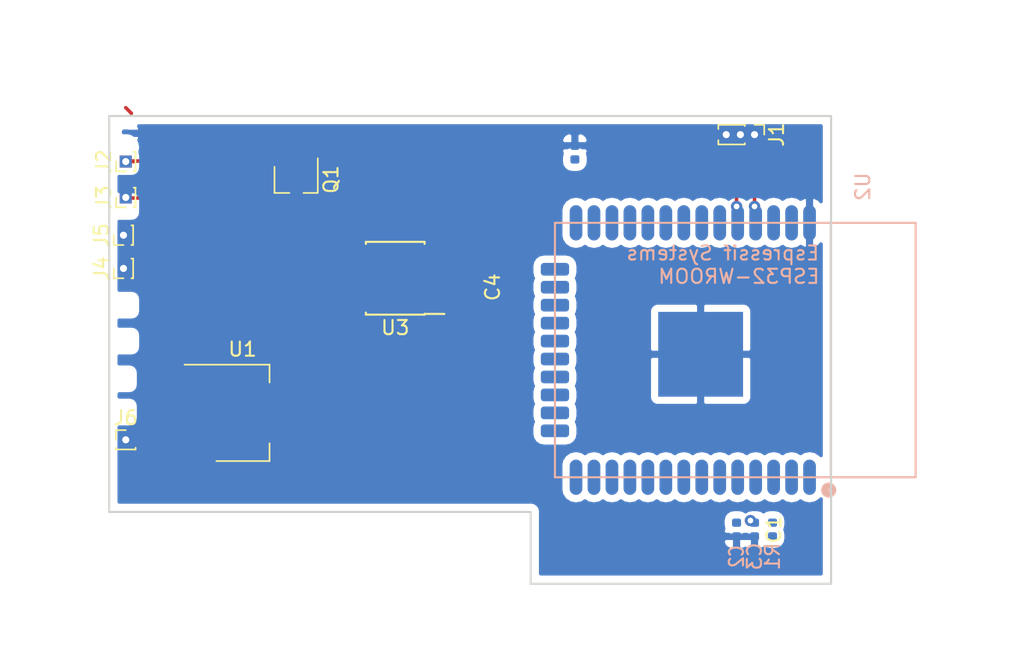
<source format=kicad_pcb>
(kicad_pcb (version 20171130) (host pcbnew 5.0.1-33cea8e~68~ubuntu18.04.1)

  (general
    (thickness 1.6)
    (drawings 6)
    (tracks 28)
    (zones 0)
    (modules 16)
    (nets 45)
  )

  (page A4)
  (layers
    (0 F.Cu signal)
    (31 B.Cu signal)
    (32 B.Adhes user)
    (33 F.Adhes user)
    (34 B.Paste user)
    (35 F.Paste user)
    (36 B.SilkS user)
    (37 F.SilkS user)
    (38 B.Mask user)
    (39 F.Mask user)
    (40 Dwgs.User user)
    (41 Cmts.User user)
    (42 Eco1.User user)
    (43 Eco2.User user)
    (44 Edge.Cuts user)
    (45 Margin user)
    (46 B.CrtYd user)
    (47 F.CrtYd user)
    (48 B.Fab user)
    (49 F.Fab user)
  )

  (setup
    (last_trace_width 0.25)
    (trace_clearance 0.2)
    (zone_clearance 0.508)
    (zone_45_only no)
    (trace_min 0.2)
    (segment_width 0.2)
    (edge_width 0.15)
    (via_size 0.8)
    (via_drill 0.4)
    (via_min_size 0.4)
    (via_min_drill 0.3)
    (uvia_size 0.3)
    (uvia_drill 0.1)
    (uvias_allowed no)
    (uvia_min_size 0.2)
    (uvia_min_drill 0.1)
    (pcb_text_width 0.3)
    (pcb_text_size 1.5 1.5)
    (mod_edge_width 0.15)
    (mod_text_size 1 1)
    (mod_text_width 0.15)
    (pad_size 0.59 0.64)
    (pad_drill 0)
    (pad_to_mask_clearance 0.051)
    (solder_mask_min_width 0.25)
    (aux_axis_origin 0 0)
    (visible_elements FFFFFF7F)
    (pcbplotparams
      (layerselection 0x010fc_ffffffff)
      (usegerberextensions false)
      (usegerberattributes false)
      (usegerberadvancedattributes false)
      (creategerberjobfile false)
      (excludeedgelayer true)
      (linewidth 0.100000)
      (plotframeref false)
      (viasonmask false)
      (mode 1)
      (useauxorigin false)
      (hpglpennumber 1)
      (hpglpenspeed 20)
      (hpglpendiameter 15.000000)
      (psnegative false)
      (psa4output false)
      (plotreference true)
      (plotvalue true)
      (plotinvisibletext false)
      (padsonsilk false)
      (subtractmaskfromsilk false)
      (outputformat 1)
      (mirror false)
      (drillshape 1)
      (scaleselection 1)
      (outputdirectory ""))
  )

  (net 0 "")
  (net 1 GND)
  (net 2 "Net-(U2-Pad37)")
  (net 3 "Net-(U2-Pad36)")
  (net 4 "Net-(U2-Pad33)")
  (net 5 "Net-(U2-Pad32)")
  (net 6 "Net-(U2-Pad31)")
  (net 7 "Net-(U2-Pad30)")
  (net 8 "Net-(U2-Pad29)")
  (net 9 "Net-(U2-Pad28)")
  (net 10 "Net-(U2-Pad26)")
  (net 11 "Net-(U2-Pad24)")
  (net 12 "Net-(U2-Pad23)")
  (net 13 "Net-(U2-Pad22)")
  (net 14 "Net-(U2-Pad21)")
  (net 15 "Net-(U2-Pad20)")
  (net 16 "Net-(U2-Pad19)")
  (net 17 "Net-(U2-Pad18)")
  (net 18 "Net-(U2-Pad17)")
  (net 19 "Net-(U2-Pad16)")
  (net 20 "Net-(U2-Pad15)")
  (net 21 "Net-(U2-Pad14)")
  (net 22 "Net-(U2-Pad13)")
  (net 23 "Net-(U2-Pad12)")
  (net 24 "Net-(U2-Pad11)")
  (net 25 "Net-(U2-Pad10)")
  (net 26 "Net-(U2-Pad9)")
  (net 27 "Net-(U2-Pad8)")
  (net 28 "Net-(U2-Pad7)")
  (net 29 "Net-(U2-Pad6)")
  (net 30 "Net-(U2-Pad1)")
  (net 31 "Net-(C2-Pad2)")
  (net 32 "Net-(J1-Pad1)")
  (net 33 "Net-(J1-Pad2)")
  (net 34 "Net-(C1-Pad1)")
  (net 35 "Net-(Rjumper1-Pad2)")
  (net 36 can-tx)
  (net 37 can-rx)
  (net 38 "Net-(U3-Pad5)")
  (net 39 "Net-(J2-Pad1)")
  (net 40 "Net-(J3-Pad1)")
  (net 41 "Net-(J4-Pad1)")
  (net 42 "Net-(J5-Pad1)")
  (net 43 SLOT)
  (net 44 5v)

  (net_class Default "This is the default net class."
    (clearance 0.2)
    (trace_width 0.25)
    (via_dia 0.8)
    (via_drill 0.4)
    (uvia_dia 0.3)
    (uvia_drill 0.1)
    (add_net 5v)
    (add_net GND)
    (add_net "Net-(C1-Pad1)")
    (add_net "Net-(C2-Pad2)")
    (add_net "Net-(J1-Pad1)")
    (add_net "Net-(J1-Pad2)")
    (add_net "Net-(J2-Pad1)")
    (add_net "Net-(J3-Pad1)")
    (add_net "Net-(J4-Pad1)")
    (add_net "Net-(J5-Pad1)")
    (add_net "Net-(Rjumper1-Pad2)")
    (add_net "Net-(U2-Pad1)")
    (add_net "Net-(U2-Pad10)")
    (add_net "Net-(U2-Pad11)")
    (add_net "Net-(U2-Pad12)")
    (add_net "Net-(U2-Pad13)")
    (add_net "Net-(U2-Pad14)")
    (add_net "Net-(U2-Pad15)")
    (add_net "Net-(U2-Pad16)")
    (add_net "Net-(U2-Pad17)")
    (add_net "Net-(U2-Pad18)")
    (add_net "Net-(U2-Pad19)")
    (add_net "Net-(U2-Pad20)")
    (add_net "Net-(U2-Pad21)")
    (add_net "Net-(U2-Pad22)")
    (add_net "Net-(U2-Pad23)")
    (add_net "Net-(U2-Pad24)")
    (add_net "Net-(U2-Pad26)")
    (add_net "Net-(U2-Pad28)")
    (add_net "Net-(U2-Pad29)")
    (add_net "Net-(U2-Pad30)")
    (add_net "Net-(U2-Pad31)")
    (add_net "Net-(U2-Pad32)")
    (add_net "Net-(U2-Pad33)")
    (add_net "Net-(U2-Pad36)")
    (add_net "Net-(U2-Pad37)")
    (add_net "Net-(U2-Pad6)")
    (add_net "Net-(U2-Pad7)")
    (add_net "Net-(U2-Pad8)")
    (add_net "Net-(U2-Pad9)")
    (add_net "Net-(U3-Pad5)")
    (add_net SLOT)
    (add_net can-rx)
    (add_net can-tx)
  )

  (module Connector_PinHeader_1.00mm:PinHeader_1x03_P1.00mm_Vertical (layer F.Cu) (tedit 59FED738) (tstamp 5BF5756E)
    (at 140.335 83.82 270)
    (descr "Through hole straight pin header, 1x03, 1.00mm pitch, single row")
    (tags "Through hole pin header THT 1x03 1.00mm single row")
    (path /5BEA9343)
    (fp_text reference J1 (at 0 -1.56 270) (layer F.SilkS)
      (effects (font (size 1 1) (thickness 0.15)))
    )
    (fp_text value Conn_01x03_Female (at 0 3.56 270) (layer F.Fab)
      (effects (font (size 1 1) (thickness 0.15)))
    )
    (fp_line (start -0.3175 -0.5) (end 0.635 -0.5) (layer F.Fab) (width 0.1))
    (fp_line (start 0.635 -0.5) (end 0.635 2.5) (layer F.Fab) (width 0.1))
    (fp_line (start 0.635 2.5) (end -0.635 2.5) (layer F.Fab) (width 0.1))
    (fp_line (start -0.635 2.5) (end -0.635 -0.1825) (layer F.Fab) (width 0.1))
    (fp_line (start -0.635 -0.1825) (end -0.3175 -0.5) (layer F.Fab) (width 0.1))
    (fp_line (start -0.695 2.56) (end -0.394493 2.56) (layer F.SilkS) (width 0.12))
    (fp_line (start 0.394493 2.56) (end 0.695 2.56) (layer F.SilkS) (width 0.12))
    (fp_line (start -0.695 0.685) (end -0.695 2.56) (layer F.SilkS) (width 0.12))
    (fp_line (start 0.695 0.685) (end 0.695 2.56) (layer F.SilkS) (width 0.12))
    (fp_line (start -0.695 0.685) (end -0.608276 0.685) (layer F.SilkS) (width 0.12))
    (fp_line (start 0.608276 0.685) (end 0.695 0.685) (layer F.SilkS) (width 0.12))
    (fp_line (start -0.695 0) (end -0.695 -0.685) (layer F.SilkS) (width 0.12))
    (fp_line (start -0.695 -0.685) (end 0 -0.685) (layer F.SilkS) (width 0.12))
    (fp_line (start -1.15 -1) (end -1.15 3) (layer F.CrtYd) (width 0.05))
    (fp_line (start -1.15 3) (end 1.15 3) (layer F.CrtYd) (width 0.05))
    (fp_line (start 1.15 3) (end 1.15 -1) (layer F.CrtYd) (width 0.05))
    (fp_line (start 1.15 -1) (end -1.15 -1) (layer F.CrtYd) (width 0.05))
    (fp_text user %R (at 0 1) (layer F.Fab)
      (effects (font (size 0.76 0.76) (thickness 0.114)))
    )
    (pad 1 thru_hole rect (at 0 0 270) (size 0.85 0.85) (drill 0.5) (layers *.Cu *.Mask)
      (net 32 "Net-(J1-Pad1)"))
    (pad 2 thru_hole oval (at 0 1 270) (size 0.85 0.85) (drill 0.5) (layers *.Cu *.Mask)
      (net 33 "Net-(J1-Pad2)"))
    (pad 3 thru_hole oval (at 0 2 270) (size 0.85 0.85) (drill 0.5) (layers *.Cu *.Mask)
      (net 1 GND))
    (model ${KISYS3DMOD}/Connector_PinHeader_1.00mm.3dshapes/PinHeader_1x03_P1.00mm_Vertical.wrl
      (at (xyz 0 0 0))
      (scale (xyz 1 1 1))
      (rotate (xyz 0 0 0))
    )
  )

  (module ESP32-footprints-Lib:ESP32-WROOM (layer B.Cu) (tedit 5BEB899F) (tstamp 5BF6AAA2)
    (at 138.975 99.06 270)
    (path /5BEA74A5)
    (fp_text reference U2 (at -11.557 -9.017 270) (layer B.SilkS)
      (effects (font (size 1 1) (thickness 0.15)) (justify mirror))
    )
    (fp_text value ESP32-WROOM (at 5.715 -14.224 270) (layer B.Fab)
      (effects (font (size 1 1) (thickness 0.15)) (justify mirror))
    )
    (fp_line (start -9 -12.75) (end 9 -12.75) (layer B.SilkS) (width 0.15))
    (fp_line (start -9 12.75) (end 9 12.75) (layer B.SilkS) (width 0.15))
    (fp_line (start -9 -12.75) (end -9 12.75) (layer B.SilkS) (width 0.15))
    (fp_line (start 9 -12.75) (end 9 12.75) (layer B.SilkS) (width 0.15))
    (fp_line (start -9 -6.75) (end 9 -6.75) (layer B.SilkS) (width 0.15))
    (fp_text user ESP32-WROOM (at -5.207 -0.254 180) (layer B.SilkS)
      (effects (font (size 1 1) (thickness 0.15)) (justify mirror))
    )
    (fp_circle (center 9.906 -6.604) (end 10.033 -6.858) (layer B.SilkS) (width 0.5))
    (fp_text user "Espressif Systems" (at -6.858 0.889 180) (layer B.SilkS)
      (effects (font (size 1 1) (thickness 0.15)) (justify mirror))
    )
    (pad 39 smd rect (at 0.3 2.45 270) (size 6 6) (layers B.Cu B.Paste B.Mask)
      (net 1 GND))
    (pad 1 smd oval (at 9 -5.25 270) (size 2.5 0.9) (layers B.Cu B.Paste B.Mask)
      (net 30 "Net-(U2-Pad1)"))
    (pad 2 smd oval (at 9 -3.98 270) (size 2.5 0.9) (layers B.Cu B.Paste B.Mask)
      (net 31 "Net-(C2-Pad2)"))
    (pad 3 smd oval (at 9 -2.71 270) (size 2.5 0.9) (layers B.Cu B.Paste B.Mask)
      (net 34 "Net-(C1-Pad1)"))
    (pad 4 smd oval (at 9 -1.44 270) (size 2.5 0.9) (layers B.Cu B.Paste B.Mask)
      (net 36 can-tx))
    (pad 5 smd oval (at 9 -0.17 270) (size 2.5 0.9) (layers B.Cu B.Paste B.Mask)
      (net 37 can-rx))
    (pad 6 smd oval (at 9 1.1 270) (size 2.5 0.9) (layers B.Cu B.Paste B.Mask)
      (net 29 "Net-(U2-Pad6)"))
    (pad 7 smd oval (at 9 2.37 270) (size 2.5 0.9) (layers B.Cu B.Paste B.Mask)
      (net 28 "Net-(U2-Pad7)"))
    (pad 8 smd oval (at 9 3.64 270) (size 2.5 0.9) (layers B.Cu B.Paste B.Mask)
      (net 27 "Net-(U2-Pad8)"))
    (pad 9 smd oval (at 9 4.91 270) (size 2.5 0.9) (layers B.Cu B.Paste B.Mask)
      (net 26 "Net-(U2-Pad9)"))
    (pad 10 smd oval (at 9 6.18 270) (size 2.5 0.9) (layers B.Cu B.Paste B.Mask)
      (net 25 "Net-(U2-Pad10)"))
    (pad 11 smd oval (at 9 7.45 270) (size 2.5 0.9) (layers B.Cu B.Paste B.Mask)
      (net 24 "Net-(U2-Pad11)"))
    (pad 12 smd oval (at 9 8.72 270) (size 2.5 0.9) (layers B.Cu B.Paste B.Mask)
      (net 23 "Net-(U2-Pad12)"))
    (pad 13 smd oval (at 9 9.99 270) (size 2.5 0.9) (layers B.Cu B.Paste B.Mask)
      (net 22 "Net-(U2-Pad13)"))
    (pad 14 smd oval (at 9 11.26 270) (size 2.5 0.9) (layers B.Cu B.Paste B.Mask)
      (net 21 "Net-(U2-Pad14)"))
    (pad 15 smd roundrect (at 5.715 12.75 270) (size 0.9 2) (layers B.Cu B.Paste B.Mask) (roundrect_rratio 0.25)
      (net 20 "Net-(U2-Pad15)"))
    (pad 16 smd roundrect (at 4.445 12.75 270) (size 0.9 2) (layers B.Cu B.Paste B.Mask) (roundrect_rratio 0.25)
      (net 19 "Net-(U2-Pad16)"))
    (pad 17 smd roundrect (at 3.175 12.75 270) (size 0.9 2) (layers B.Cu B.Paste B.Mask) (roundrect_rratio 0.25)
      (net 18 "Net-(U2-Pad17)"))
    (pad 18 smd roundrect (at 1.905 12.75 270) (size 0.9 2) (layers B.Cu B.Paste B.Mask) (roundrect_rratio 0.25)
      (net 17 "Net-(U2-Pad18)"))
    (pad 19 smd roundrect (at 0.635 12.75 270) (size 0.9 2) (layers B.Cu B.Paste B.Mask) (roundrect_rratio 0.25)
      (net 16 "Net-(U2-Pad19)"))
    (pad 20 smd roundrect (at -0.635 12.75 270) (size 0.9 2) (layers B.Cu B.Paste B.Mask) (roundrect_rratio 0.25)
      (net 15 "Net-(U2-Pad20)"))
    (pad 21 smd roundrect (at -1.905 12.75 270) (size 0.9 2) (layers B.Cu B.Paste B.Mask) (roundrect_rratio 0.25)
      (net 14 "Net-(U2-Pad21)"))
    (pad 22 smd roundrect (at -3.175 12.75 270) (size 0.9 2) (layers B.Cu B.Paste B.Mask) (roundrect_rratio 0.25)
      (net 13 "Net-(U2-Pad22)"))
    (pad 23 smd roundrect (at -4.445 12.75 270) (size 0.9 2) (layers B.Cu B.Paste B.Mask) (roundrect_rratio 0.25)
      (net 12 "Net-(U2-Pad23)"))
    (pad 24 smd roundrect (at -5.715 12.75 270) (size 0.9 2) (layers B.Cu B.Paste B.Mask) (roundrect_rratio 0.25)
      (net 11 "Net-(U2-Pad24)"))
    (pad 25 smd oval (at -9 11.26 270) (size 2.5 0.9) (layers B.Cu B.Paste B.Mask)
      (net 35 "Net-(Rjumper1-Pad2)"))
    (pad 26 smd oval (at -9 9.99 270) (size 2.5 0.9) (layers B.Cu B.Paste B.Mask)
      (net 10 "Net-(U2-Pad26)"))
    (pad 27 smd oval (at -9 8.72 270) (size 2.5 0.9) (layers B.Cu B.Paste B.Mask)
      (net 43 SLOT))
    (pad 28 smd oval (at -9 7.45 270) (size 2.5 0.9) (layers B.Cu B.Paste B.Mask)
      (net 9 "Net-(U2-Pad28)"))
    (pad 29 smd oval (at -9 6.18 270) (size 2.5 0.9) (layers B.Cu B.Paste B.Mask)
      (net 8 "Net-(U2-Pad29)"))
    (pad 30 smd oval (at -9 4.91 270) (size 2.5 0.9) (layers B.Cu B.Paste B.Mask)
      (net 7 "Net-(U2-Pad30)"))
    (pad 31 smd oval (at -9 3.64 270) (size 2.5 0.9) (layers B.Cu B.Paste B.Mask)
      (net 6 "Net-(U2-Pad31)"))
    (pad 32 smd oval (at -9 2.37 270) (size 2.5 0.9) (layers B.Cu B.Paste B.Mask)
      (net 5 "Net-(U2-Pad32)"))
    (pad 33 smd oval (at -9 1.1 270) (size 2.5 0.9) (layers B.Cu B.Paste B.Mask)
      (net 4 "Net-(U2-Pad33)"))
    (pad 34 smd oval (at -9 -0.17 270) (size 2.5 0.9) (layers B.Cu B.Paste B.Mask)
      (net 33 "Net-(J1-Pad2)"))
    (pad 35 smd oval (at -9 -1.44 270) (size 2.5 0.9) (layers B.Cu B.Paste B.Mask)
      (net 32 "Net-(J1-Pad1)"))
    (pad 36 smd oval (at -9 -2.71 270) (size 2.5 0.9) (layers B.Cu B.Paste B.Mask)
      (net 3 "Net-(U2-Pad36)"))
    (pad 37 smd oval (at -9 -3.98 270) (size 2.5 0.9) (layers B.Cu B.Paste B.Mask)
      (net 2 "Net-(U2-Pad37)"))
    (pad 38 smd oval (at -9 -5.25 270) (size 2.5 0.9) (layers B.Cu B.Paste B.Mask)
      (net 1 GND))
    (model ${KISYS3DMOD}/ESP32-3D.3dshapes/KiCAD-ESP-WROOM-32.step
      (at (xyz 0 0 0))
      (scale (xyz 1 1 1))
      (rotate (xyz 0 0 0))
    )
  )

  (module Package_TO_SOT_SMD:SOT-223-3_TabPin2 (layer F.Cu) (tedit 5A02FF57) (tstamp 5BF6AA0A)
    (at 104.14 103.505)
    (descr "module CMS SOT223 4 pins")
    (tags "CMS SOT")
    (path /5BEA7988)
    (attr smd)
    (fp_text reference U1 (at 0 -4.5) (layer F.SilkS)
      (effects (font (size 1 1) (thickness 0.15)))
    )
    (fp_text value AMS1117-3.3 (at 0 4.5) (layer F.Fab)
      (effects (font (size 1 1) (thickness 0.15)))
    )
    (fp_text user %R (at 0 0 90) (layer F.Fab)
      (effects (font (size 0.8 0.8) (thickness 0.12)))
    )
    (fp_line (start 1.91 3.41) (end 1.91 2.15) (layer F.SilkS) (width 0.12))
    (fp_line (start 1.91 -3.41) (end 1.91 -2.15) (layer F.SilkS) (width 0.12))
    (fp_line (start 4.4 -3.6) (end -4.4 -3.6) (layer F.CrtYd) (width 0.05))
    (fp_line (start 4.4 3.6) (end 4.4 -3.6) (layer F.CrtYd) (width 0.05))
    (fp_line (start -4.4 3.6) (end 4.4 3.6) (layer F.CrtYd) (width 0.05))
    (fp_line (start -4.4 -3.6) (end -4.4 3.6) (layer F.CrtYd) (width 0.05))
    (fp_line (start -1.85 -2.35) (end -0.85 -3.35) (layer F.Fab) (width 0.1))
    (fp_line (start -1.85 -2.35) (end -1.85 3.35) (layer F.Fab) (width 0.1))
    (fp_line (start -1.85 3.41) (end 1.91 3.41) (layer F.SilkS) (width 0.12))
    (fp_line (start -0.85 -3.35) (end 1.85 -3.35) (layer F.Fab) (width 0.1))
    (fp_line (start -4.1 -3.41) (end 1.91 -3.41) (layer F.SilkS) (width 0.12))
    (fp_line (start -1.85 3.35) (end 1.85 3.35) (layer F.Fab) (width 0.1))
    (fp_line (start 1.85 -3.35) (end 1.85 3.35) (layer F.Fab) (width 0.1))
    (pad 2 smd rect (at 3.15 0) (size 2 3.8) (layers F.Cu F.Paste F.Mask)
      (net 31 "Net-(C2-Pad2)"))
    (pad 2 smd rect (at -3.15 0) (size 2 1.5) (layers F.Cu F.Paste F.Mask)
      (net 31 "Net-(C2-Pad2)"))
    (pad 3 smd rect (at -3.15 2.3) (size 2 1.5) (layers F.Cu F.Paste F.Mask)
      (net 44 5v))
    (pad 1 smd rect (at -3.15 -2.3) (size 2 1.5) (layers F.Cu F.Paste F.Mask)
      (net 1 GND))
    (model ${KISYS3DMOD}/Package_TO_SOT_SMD.3dshapes/SOT-223.wrl
      (at (xyz 0 0 0))
      (scale (xyz 1 1 1))
      (rotate (xyz 0 0 0))
    )
  )

  (module Capacitor_SMD:C_0402_1005Metric (layer F.Cu) (tedit 5B301BBE) (tstamp 5C0302B1)
    (at 142.875 111.76 90)
    (descr "Capacitor SMD 0402 (1005 Metric), square (rectangular) end terminal, IPC_7351 nominal, (Body size source: http://www.tortai-tech.com/upload/download/2011102023233369053.pdf), generated with kicad-footprint-generator")
    (tags capacitor)
    (path /5BEAA0BD)
    (attr smd)
    (fp_text reference C1 (at 0 -1.17 90) (layer F.SilkS)
      (effects (font (size 1 1) (thickness 0.15)))
    )
    (fp_text value C_Small (at 0 1.17 90) (layer F.Fab)
      (effects (font (size 1 1) (thickness 0.15)))
    )
    (fp_line (start -0.5 0.25) (end -0.5 -0.25) (layer F.Fab) (width 0.1))
    (fp_line (start -0.5 -0.25) (end 0.5 -0.25) (layer F.Fab) (width 0.1))
    (fp_line (start 0.5 -0.25) (end 0.5 0.25) (layer F.Fab) (width 0.1))
    (fp_line (start 0.5 0.25) (end -0.5 0.25) (layer F.Fab) (width 0.1))
    (fp_line (start -0.93 0.47) (end -0.93 -0.47) (layer F.CrtYd) (width 0.05))
    (fp_line (start -0.93 -0.47) (end 0.93 -0.47) (layer F.CrtYd) (width 0.05))
    (fp_line (start 0.93 -0.47) (end 0.93 0.47) (layer F.CrtYd) (width 0.05))
    (fp_line (start 0.93 0.47) (end -0.93 0.47) (layer F.CrtYd) (width 0.05))
    (fp_text user %R (at 0.1524 -0.0508 90) (layer F.Fab)
      (effects (font (size 0.25 0.25) (thickness 0.04)))
    )
    (pad 1 smd roundrect (at -0.485 0 90) (size 0.59 0.64) (layers F.Cu F.Paste F.Mask) (roundrect_rratio 0.25)
      (net 34 "Net-(C1-Pad1)"))
    (pad 2 smd roundrect (at 0.485 0 90) (size 0.59 0.64) (layers F.Cu F.Paste F.Mask) (roundrect_rratio 0.25)
      (net 1 GND))
    (model ${KISYS3DMOD}/Capacitor_SMD.3dshapes/C_0402_1005Metric.wrl
      (at (xyz 0 0 0))
      (scale (xyz 1 1 1))
      (rotate (xyz 0 0 0))
    )
  )

  (module Capacitor_SMD:C_0402_1005Metric (layer B.Cu) (tedit 5BEBE359) (tstamp 5C0302C0)
    (at 139.065 111.76 90)
    (descr "Capacitor SMD 0402 (1005 Metric), square (rectangular) end terminal, IPC_7351 nominal, (Body size source: http://www.tortai-tech.com/upload/download/2011102023233369053.pdf), generated with kicad-footprint-generator")
    (tags capacitor)
    (path /5BEA7F78)
    (attr smd)
    (fp_text reference C2 (at -1.905 0 90) (layer B.SilkS)
      (effects (font (size 1 0.8) (thickness 0.15)) (justify mirror))
    )
    (fp_text value C_Small (at 0 -1.17 90) (layer B.Fab) hide
      (effects (font (size 1 1) (thickness 0.15)) (justify mirror))
    )
    (fp_line (start -0.5 -0.25) (end -0.5 0.25) (layer B.Fab) (width 0.1))
    (fp_line (start -0.5 0.25) (end 0.5 0.25) (layer B.Fab) (width 0.1))
    (fp_line (start 0.5 0.25) (end 0.5 -0.25) (layer B.Fab) (width 0.1))
    (fp_line (start 0.5 -0.25) (end -0.5 -0.25) (layer B.Fab) (width 0.1))
    (fp_line (start -0.93 -0.47) (end -0.93 0.47) (layer B.CrtYd) (width 0.05))
    (fp_line (start -0.93 0.47) (end 0.93 0.47) (layer B.CrtYd) (width 0.05))
    (fp_line (start 0.93 0.47) (end 0.93 -0.47) (layer B.CrtYd) (width 0.05))
    (fp_line (start 0.93 -0.47) (end -0.93 -0.47) (layer B.CrtYd) (width 0.05))
    (fp_text user %R (at 0 0 90) (layer B.Fab)
      (effects (font (size 0.25 0.25) (thickness 0.04)) (justify mirror))
    )
    (pad 1 smd roundrect (at -0.485 0 90) (size 0.59 0.64) (layers B.Cu B.Paste B.Mask) (roundrect_rratio 0.25)
      (net 1 GND))
    (pad 2 smd roundrect (at 0.485 0 90) (size 0.59 0.64) (layers B.Cu B.Paste B.Mask) (roundrect_rratio 0.25)
      (net 31 "Net-(C2-Pad2)"))
    (model ${KISYS3DMOD}/Capacitor_SMD.3dshapes/C_0402_1005Metric.wrl
      (at (xyz 0 0 0))
      (scale (xyz 1 1 1))
      (rotate (xyz 0 0 0))
    )
  )

  (module Capacitor_SMD:C_0402_1005Metric (layer B.Cu) (tedit 5BEBE372) (tstamp 5C0302CF)
    (at 140.335 111.76 90)
    (descr "Capacitor SMD 0402 (1005 Metric), square (rectangular) end terminal, IPC_7351 nominal, (Body size source: http://www.tortai-tech.com/upload/download/2011102023233369053.pdf), generated with kicad-footprint-generator")
    (tags capacitor)
    (path /5BEA8008)
    (attr smd)
    (fp_text reference C3 (at -1.905 0 90) (layer B.SilkS)
      (effects (font (size 1 1) (thickness 0.15)) (justify mirror))
    )
    (fp_text value C_Small (at -0.2032 -2.6162 90) (layer B.Fab) hide
      (effects (font (size 1 1) (thickness 0.15)) (justify mirror))
    )
    (fp_text user %R (at 0 0 90) (layer B.Fab)
      (effects (font (size 0.25 0.25) (thickness 0.04)) (justify mirror))
    )
    (fp_line (start 0.93 -0.47) (end -0.93 -0.47) (layer B.CrtYd) (width 0.05))
    (fp_line (start 0.93 0.47) (end 0.93 -0.47) (layer B.CrtYd) (width 0.05))
    (fp_line (start -0.93 0.47) (end 0.93 0.47) (layer B.CrtYd) (width 0.05))
    (fp_line (start -0.93 -0.47) (end -0.93 0.47) (layer B.CrtYd) (width 0.05))
    (fp_line (start 0.5 -0.25) (end -0.5 -0.25) (layer B.Fab) (width 0.1))
    (fp_line (start 0.5 0.25) (end 0.5 -0.25) (layer B.Fab) (width 0.1))
    (fp_line (start -0.5 0.25) (end 0.5 0.25) (layer B.Fab) (width 0.1))
    (fp_line (start -0.5 -0.25) (end -0.5 0.25) (layer B.Fab) (width 0.1))
    (pad 2 smd roundrect (at 0.485 0 90) (size 0.59 0.64) (layers B.Cu B.Paste B.Mask) (roundrect_rratio 0.25)
      (net 31 "Net-(C2-Pad2)"))
    (pad 1 smd roundrect (at -0.485 0 90) (size 0.59 0.64) (layers B.Cu B.Paste B.Mask) (roundrect_rratio 0.25)
      (net 1 GND))
    (model ${KISYS3DMOD}/Capacitor_SMD.3dshapes/C_0402_1005Metric.wrl
      (at (xyz 0 0 0))
      (scale (xyz 1 1 1))
      (rotate (xyz 0 0 0))
    )
  )

  (module Resistor_SMD:R_0402_1005Metric (layer B.Cu) (tedit 5B301BBD) (tstamp 5C030327)
    (at 141.605 111.76 270)
    (descr "Resistor SMD 0402 (1005 Metric), square (rectangular) end terminal, IPC_7351 nominal, (Body size source: http://www.tortai-tech.com/upload/download/2011102023233369053.pdf), generated with kicad-footprint-generator")
    (tags resistor)
    (path /5BEA9B01)
    (attr smd)
    (fp_text reference R1 (at 1.905 0 270) (layer B.SilkS)
      (effects (font (size 1 1) (thickness 0.15)) (justify mirror))
    )
    (fp_text value R (at 1.905 -0.635) (layer B.Fab)
      (effects (font (size 1 1) (thickness 0.15)) (justify mirror))
    )
    (fp_line (start -0.5 -0.25) (end -0.5 0.25) (layer B.Fab) (width 0.1))
    (fp_line (start -0.5 0.25) (end 0.5 0.25) (layer B.Fab) (width 0.1))
    (fp_line (start 0.5 0.25) (end 0.5 -0.25) (layer B.Fab) (width 0.1))
    (fp_line (start 0.5 -0.25) (end -0.5 -0.25) (layer B.Fab) (width 0.1))
    (fp_line (start -0.93 -0.47) (end -0.93 0.47) (layer B.CrtYd) (width 0.05))
    (fp_line (start -0.93 0.47) (end 0.93 0.47) (layer B.CrtYd) (width 0.05))
    (fp_line (start 0.93 0.47) (end 0.93 -0.47) (layer B.CrtYd) (width 0.05))
    (fp_line (start 0.93 -0.47) (end -0.93 -0.47) (layer B.CrtYd) (width 0.05))
    (fp_text user %R (at 0 0 180) (layer B.Fab)
      (effects (font (size 0.25 0.25) (thickness 0.04)) (justify mirror))
    )
    (pad 1 smd roundrect (at -0.485 0 270) (size 0.59 0.64) (layers B.Cu B.Paste B.Mask) (roundrect_rratio 0.25)
      (net 31 "Net-(C2-Pad2)"))
    (pad 2 smd roundrect (at 0.485 0 270) (size 0.59 0.64) (layers B.Cu B.Paste B.Mask) (roundrect_rratio 0.25)
      (net 34 "Net-(C1-Pad1)"))
    (model ${KISYS3DMOD}/Resistor_SMD.3dshapes/R_0402_1005Metric.wrl
      (at (xyz 0 0 0))
      (scale (xyz 1 1 1))
      (rotate (xyz 0 0 0))
    )
  )

  (module Resistor_SMD:R_0402_1005Metric (layer B.Cu) (tedit 5BEBE2F0) (tstamp 5C0381A5)
    (at 127.635 85.09 270)
    (descr "Resistor SMD 0402 (1005 Metric), square (rectangular) end terminal, IPC_7351 nominal, (Body size source: http://www.tortai-tech.com/upload/download/2011102023233369053.pdf), generated with kicad-footprint-generator")
    (tags resistor)
    (path /5BEA88B6)
    (attr smd)
    (fp_text reference Rjumper1 (at 0 1.17 270) (layer B.SilkS) hide
      (effects (font (size 1 1) (thickness 0.15)) (justify mirror))
    )
    (fp_text value 000 (at 0 -1.17 270) (layer B.Fab) hide
      (effects (font (size 1 1) (thickness 0.15)) (justify mirror))
    )
    (fp_line (start -0.5 -0.25) (end -0.5 0.25) (layer B.Fab) (width 0.1))
    (fp_line (start -0.5 0.25) (end 0.5 0.25) (layer B.Fab) (width 0.1))
    (fp_line (start 0.5 0.25) (end 0.5 -0.25) (layer B.Fab) (width 0.1))
    (fp_line (start 0.5 -0.25) (end -0.5 -0.25) (layer B.Fab) (width 0.1))
    (fp_line (start -0.93 -0.47) (end -0.93 0.47) (layer B.CrtYd) (width 0.05))
    (fp_line (start -0.93 0.47) (end 0.93 0.47) (layer B.CrtYd) (width 0.05))
    (fp_line (start 0.93 0.47) (end 0.93 -0.47) (layer B.CrtYd) (width 0.05))
    (fp_line (start 0.93 -0.47) (end -0.93 -0.47) (layer B.CrtYd) (width 0.05))
    (fp_text user %R (at 0 0 270) (layer B.Fab)
      (effects (font (size 0.25 0.25) (thickness 0.04)) (justify mirror))
    )
    (pad 1 smd roundrect (at -0.485 0 270) (size 0.59 0.64) (layers B.Cu B.Paste B.Mask) (roundrect_rratio 0.25)
      (net 1 GND))
    (pad 2 smd roundrect (at 0.485 0 270) (size 0.59 0.64) (layers B.Cu B.Paste B.Mask) (roundrect_rratio 0.25)
      (net 35 "Net-(Rjumper1-Pad2)"))
    (model ${KISYS3DMOD}/Resistor_SMD.3dshapes/R_0402_1005Metric.wrl
      (at (xyz 0 0 0))
      (scale (xyz 1 1 1))
      (rotate (xyz 0 0 0))
    )
  )

  (module Capacitor_SMD:C_0402_1005Metric (layer F.Cu) (tedit 5BEBE4A6) (tstamp 5BEBDE24)
    (at 120.65 94.615 270)
    (descr "Capacitor SMD 0402 (1005 Metric), square (rectangular) end terminal, IPC_7351 nominal, (Body size source: http://www.tortai-tech.com/upload/download/2011102023233369053.pdf), generated with kicad-footprint-generator")
    (tags capacitor)
    (path /5BEBF303)
    (attr smd)
    (fp_text reference C4 (at 0 -1.17 270) (layer F.SilkS)
      (effects (font (size 1 1) (thickness 0.15)))
    )
    (fp_text value C_Small (at 0 1.17 270) (layer F.Fab) hide
      (effects (font (size 1 1) (thickness 0.15)))
    )
    (fp_line (start -0.5 0.25) (end -0.5 -0.25) (layer F.Fab) (width 0.1))
    (fp_line (start -0.5 -0.25) (end 0.5 -0.25) (layer F.Fab) (width 0.1))
    (fp_line (start 0.5 -0.25) (end 0.5 0.25) (layer F.Fab) (width 0.1))
    (fp_line (start 0.5 0.25) (end -0.5 0.25) (layer F.Fab) (width 0.1))
    (fp_line (start -0.93 0.47) (end -0.93 -0.47) (layer F.CrtYd) (width 0.05))
    (fp_line (start -0.93 -0.47) (end 0.93 -0.47) (layer F.CrtYd) (width 0.05))
    (fp_line (start 0.93 -0.47) (end 0.93 0.47) (layer F.CrtYd) (width 0.05))
    (fp_line (start 0.93 0.47) (end -0.93 0.47) (layer F.CrtYd) (width 0.05))
    (fp_text user %R (at 0 0 270) (layer F.Fab)
      (effects (font (size 0.25 0.25) (thickness 0.04)))
    )
    (pad 1 smd roundrect (at -0.485 0 270) (size 0.59 0.64) (layers F.Cu F.Paste F.Mask) (roundrect_rratio 0.25)
      (net 44 5v))
    (pad 2 smd roundrect (at 0.485 0 270) (size 0.59 0.64) (layers F.Cu F.Paste F.Mask) (roundrect_rratio 0.25)
      (net 1 GND))
    (model ${KISYS3DMOD}/Capacitor_SMD.3dshapes/C_0402_1005Metric.wrl
      (at (xyz 0 0 0))
      (scale (xyz 1 1 1))
      (rotate (xyz 0 0 0))
    )
  )

  (module Package_SO:SOIC-8_3.9x4.9mm_P1.27mm (layer F.Cu) (tedit 5A02F2D3) (tstamp 5BEBDE5C)
    (at 114.935 93.98 180)
    (descr "8-Lead Plastic Small Outline (SN) - Narrow, 3.90 mm Body [SOIC] (see Microchip Packaging Specification 00000049BS.pdf)")
    (tags "SOIC 1.27")
    (path /5BEBE5E0)
    (attr smd)
    (fp_text reference U3 (at 0 -3.5 180) (layer F.SilkS)
      (effects (font (size 1 1) (thickness 0.15)))
    )
    (fp_text value TJA1051T (at 0 3.5 180) (layer F.Fab)
      (effects (font (size 1 1) (thickness 0.15)))
    )
    (fp_text user %R (at 0 0 180) (layer F.Fab)
      (effects (font (size 1 1) (thickness 0.15)))
    )
    (fp_line (start -0.95 -2.45) (end 1.95 -2.45) (layer F.Fab) (width 0.1))
    (fp_line (start 1.95 -2.45) (end 1.95 2.45) (layer F.Fab) (width 0.1))
    (fp_line (start 1.95 2.45) (end -1.95 2.45) (layer F.Fab) (width 0.1))
    (fp_line (start -1.95 2.45) (end -1.95 -1.45) (layer F.Fab) (width 0.1))
    (fp_line (start -1.95 -1.45) (end -0.95 -2.45) (layer F.Fab) (width 0.1))
    (fp_line (start -3.73 -2.7) (end -3.73 2.7) (layer F.CrtYd) (width 0.05))
    (fp_line (start 3.73 -2.7) (end 3.73 2.7) (layer F.CrtYd) (width 0.05))
    (fp_line (start -3.73 -2.7) (end 3.73 -2.7) (layer F.CrtYd) (width 0.05))
    (fp_line (start -3.73 2.7) (end 3.73 2.7) (layer F.CrtYd) (width 0.05))
    (fp_line (start -2.075 -2.575) (end -2.075 -2.525) (layer F.SilkS) (width 0.15))
    (fp_line (start 2.075 -2.575) (end 2.075 -2.43) (layer F.SilkS) (width 0.15))
    (fp_line (start 2.075 2.575) (end 2.075 2.43) (layer F.SilkS) (width 0.15))
    (fp_line (start -2.075 2.575) (end -2.075 2.43) (layer F.SilkS) (width 0.15))
    (fp_line (start -2.075 -2.575) (end 2.075 -2.575) (layer F.SilkS) (width 0.15))
    (fp_line (start -2.075 2.575) (end 2.075 2.575) (layer F.SilkS) (width 0.15))
    (fp_line (start -2.075 -2.525) (end -3.475 -2.525) (layer F.SilkS) (width 0.15))
    (pad 1 smd rect (at -2.7 -1.905 180) (size 1.55 0.6) (layers F.Cu F.Paste F.Mask)
      (net 36 can-tx))
    (pad 2 smd rect (at -2.7 -0.635 180) (size 1.55 0.6) (layers F.Cu F.Paste F.Mask)
      (net 1 GND))
    (pad 3 smd rect (at -2.7 0.635 180) (size 1.55 0.6) (layers F.Cu F.Paste F.Mask)
      (net 44 5v))
    (pad 4 smd rect (at -2.7 1.905 180) (size 1.55 0.6) (layers F.Cu F.Paste F.Mask)
      (net 37 can-rx))
    (pad 5 smd rect (at 2.7 1.905 180) (size 1.55 0.6) (layers F.Cu F.Paste F.Mask)
      (net 38 "Net-(U3-Pad5)"))
    (pad 6 smd rect (at 2.7 0.635 180) (size 1.55 0.6) (layers F.Cu F.Paste F.Mask)
      (net 42 "Net-(J5-Pad1)"))
    (pad 7 smd rect (at 2.7 -0.635 180) (size 1.55 0.6) (layers F.Cu F.Paste F.Mask)
      (net 41 "Net-(J4-Pad1)"))
    (pad 8 smd rect (at 2.7 -1.905 180) (size 1.55 0.6) (layers F.Cu F.Paste F.Mask)
      (net 1 GND))
    (model ${KISYS3DMOD}/Package_SO.3dshapes/SOIC-8_3.9x4.9mm_P1.27mm.wrl
      (at (xyz 0 0 0))
      (scale (xyz 1 1 1))
      (rotate (xyz 0 0 0))
    )
  )

  (module Package_TO_SOT_SMD:TSOT-23 (layer F.Cu) (tedit 5A02FF57) (tstamp 5BEC84A0)
    (at 107.95 86.995 270)
    (descr "3-pin TSOT23 package, http://www.analog.com.tw/pdf/All_In_One.pdf")
    (tags TSOT-23)
    (path /5BEBA111)
    (attr smd)
    (fp_text reference Q1 (at 0 -2.45 270) (layer F.SilkS)
      (effects (font (size 1 1) (thickness 0.15)))
    )
    (fp_text value Q_NMOS_GSD (at 0 2.5 270) (layer F.Fab)
      (effects (font (size 1 1) (thickness 0.15)))
    )
    (fp_text user %R (at 0 0) (layer F.Fab)
      (effects (font (size 0.5 0.5) (thickness 0.075)))
    )
    (fp_line (start 0.95 0.5) (end 0.95 1.55) (layer F.SilkS) (width 0.12))
    (fp_line (start 0.95 1.55) (end -0.9 1.55) (layer F.SilkS) (width 0.12))
    (fp_line (start 0.95 -1.5) (end 0.95 -0.5) (layer F.SilkS) (width 0.12))
    (fp_line (start 0.93 -1.51) (end -1.5 -1.51) (layer F.SilkS) (width 0.12))
    (fp_line (start -0.88 -1) (end -0.43 -1.45) (layer F.Fab) (width 0.1))
    (fp_line (start 0.88 -1.45) (end -0.43 -1.45) (layer F.Fab) (width 0.1))
    (fp_line (start -0.88 -1) (end -0.88 1.45) (layer F.Fab) (width 0.1))
    (fp_line (start 0.88 1.45) (end -0.88 1.45) (layer F.Fab) (width 0.1))
    (fp_line (start 0.88 -1.45) (end 0.88 1.45) (layer F.Fab) (width 0.1))
    (fp_line (start -2.17 -1.7) (end 2.17 -1.7) (layer F.CrtYd) (width 0.05))
    (fp_line (start -2.17 -1.7) (end -2.17 1.7) (layer F.CrtYd) (width 0.05))
    (fp_line (start 2.17 1.7) (end 2.17 -1.7) (layer F.CrtYd) (width 0.05))
    (fp_line (start 2.17 1.7) (end -2.17 1.7) (layer F.CrtYd) (width 0.05))
    (pad 1 smd rect (at -1.31 -0.95 270) (size 1.22 0.65) (layers F.Cu F.Paste F.Mask)
      (net 43 SLOT))
    (pad 2 smd rect (at -1.31 0.95 270) (size 1.22 0.65) (layers F.Cu F.Paste F.Mask)
      (net 39 "Net-(J2-Pad1)"))
    (pad 3 smd rect (at 1.31 0 270) (size 1.22 0.65) (layers F.Cu F.Paste F.Mask)
      (net 40 "Net-(J3-Pad1)"))
    (model ${KISYS3DMOD}/Package_TO_SOT_SMD.3dshapes/TSOT-23.wrl
      (at (xyz 0 0 0))
      (scale (xyz 1 1 1))
      (rotate (xyz 0 0 0))
    )
  )

  (module Connector_PinHeader_1.00mm:PinHeader_1x01_P1.00mm_Vertical (layer F.Cu) (tedit 5BEBE4C0) (tstamp 5BF3C5A2)
    (at 95.885 85.725 90)
    (descr "Through hole straight pin header, 1x01, 1.00mm pitch, single row")
    (tags "Through hole pin header THT 1x01 1.00mm single row")
    (path /5BEBB39C)
    (fp_text reference J2 (at 0 -1.56 90) (layer F.SilkS)
      (effects (font (size 1 1) (thickness 0.15)))
    )
    (fp_text value Conn_01x01_Female (at 0 1.56 90) (layer F.Fab) hide
      (effects (font (size 1 1) (thickness 0.15)))
    )
    (fp_line (start -0.3175 -0.5) (end 0.635 -0.5) (layer F.Fab) (width 0.1))
    (fp_line (start 0.635 -0.5) (end 0.635 0.5) (layer F.Fab) (width 0.1))
    (fp_line (start 0.635 0.5) (end -0.635 0.5) (layer F.Fab) (width 0.1))
    (fp_line (start -0.635 0.5) (end -0.635 -0.1825) (layer F.Fab) (width 0.1))
    (fp_line (start -0.635 -0.1825) (end -0.3175 -0.5) (layer F.Fab) (width 0.1))
    (fp_line (start -0.695 0.685) (end 0.695 0.685) (layer F.SilkS) (width 0.12))
    (fp_line (start -0.695 0.685) (end -0.695 0.56) (layer F.SilkS) (width 0.12))
    (fp_line (start 0.695 0.685) (end 0.695 0.56) (layer F.SilkS) (width 0.12))
    (fp_line (start -0.695 0.685) (end -0.608276 0.685) (layer F.SilkS) (width 0.12))
    (fp_line (start 0.608276 0.685) (end 0.695 0.685) (layer F.SilkS) (width 0.12))
    (fp_line (start -0.695 0) (end -0.695 -0.685) (layer F.SilkS) (width 0.12))
    (fp_line (start -0.695 -0.685) (end 0 -0.685) (layer F.SilkS) (width 0.12))
    (fp_line (start -1.15 -1) (end -1.15 1) (layer F.CrtYd) (width 0.05))
    (fp_line (start -1.15 1) (end 1.15 1) (layer F.CrtYd) (width 0.05))
    (fp_line (start 1.15 1) (end 1.15 -1) (layer F.CrtYd) (width 0.05))
    (fp_line (start 1.15 -1) (end -1.15 -1) (layer F.CrtYd) (width 0.05))
    (fp_text user %R (at 0 0 180) (layer F.Fab)
      (effects (font (size 0.76 0.76) (thickness 0.114)))
    )
    (pad 1 thru_hole rect (at 0 0 90) (size 0.85 0.85) (drill 0.5) (layers *.Cu *.Mask)
      (net 39 "Net-(J2-Pad1)"))
    (model ${KISYS3DMOD}/Connector_PinHeader_1.00mm.3dshapes/PinHeader_1x01_P1.00mm_Vertical.wrl
      (at (xyz 0 0 0))
      (scale (xyz 1 1 1))
      (rotate (xyz 0 0 0))
    )
  )

  (module Connector_PinHeader_1.00mm:PinHeader_1x01_P1.00mm_Vertical (layer F.Cu) (tedit 5BEBE4C4) (tstamp 5BF3C5B8)
    (at 95.885 88.265 90)
    (descr "Through hole straight pin header, 1x01, 1.00mm pitch, single row")
    (tags "Through hole pin header THT 1x01 1.00mm single row")
    (path /5BEBC4F9)
    (fp_text reference J3 (at 0 -1.56 90) (layer F.SilkS)
      (effects (font (size 1 1) (thickness 0.15)))
    )
    (fp_text value Conn_01x01_Female (at 0 1.56 90) (layer F.Fab) hide
      (effects (font (size 1 1) (thickness 0.15)))
    )
    (fp_text user %R (at 0 0 180) (layer F.Fab)
      (effects (font (size 0.76 0.76) (thickness 0.114)))
    )
    (fp_line (start 1.15 -1) (end -1.15 -1) (layer F.CrtYd) (width 0.05))
    (fp_line (start 1.15 1) (end 1.15 -1) (layer F.CrtYd) (width 0.05))
    (fp_line (start -1.15 1) (end 1.15 1) (layer F.CrtYd) (width 0.05))
    (fp_line (start -1.15 -1) (end -1.15 1) (layer F.CrtYd) (width 0.05))
    (fp_line (start -0.695 -0.685) (end 0 -0.685) (layer F.SilkS) (width 0.12))
    (fp_line (start -0.695 0) (end -0.695 -0.685) (layer F.SilkS) (width 0.12))
    (fp_line (start 0.608276 0.685) (end 0.695 0.685) (layer F.SilkS) (width 0.12))
    (fp_line (start -0.695 0.685) (end -0.608276 0.685) (layer F.SilkS) (width 0.12))
    (fp_line (start 0.695 0.685) (end 0.695 0.56) (layer F.SilkS) (width 0.12))
    (fp_line (start -0.695 0.685) (end -0.695 0.56) (layer F.SilkS) (width 0.12))
    (fp_line (start -0.695 0.685) (end 0.695 0.685) (layer F.SilkS) (width 0.12))
    (fp_line (start -0.635 -0.1825) (end -0.3175 -0.5) (layer F.Fab) (width 0.1))
    (fp_line (start -0.635 0.5) (end -0.635 -0.1825) (layer F.Fab) (width 0.1))
    (fp_line (start 0.635 0.5) (end -0.635 0.5) (layer F.Fab) (width 0.1))
    (fp_line (start 0.635 -0.5) (end 0.635 0.5) (layer F.Fab) (width 0.1))
    (fp_line (start -0.3175 -0.5) (end 0.635 -0.5) (layer F.Fab) (width 0.1))
    (pad 1 thru_hole rect (at 0 0 90) (size 0.85 0.85) (drill 0.5) (layers *.Cu *.Mask)
      (net 40 "Net-(J3-Pad1)"))
    (model ${KISYS3DMOD}/Connector_PinHeader_1.00mm.3dshapes/PinHeader_1x01_P1.00mm_Vertical.wrl
      (at (xyz 0 0 0))
      (scale (xyz 1 1 1))
      (rotate (xyz 0 0 0))
    )
  )

  (module Connector_PinHeader_1.00mm:PinHeader_1x01_P1.00mm_Vertical (layer F.Cu) (tedit 5BEBE4B7) (tstamp 5BF520F8)
    (at 95.723508 93.285199 90)
    (descr "Through hole straight pin header, 1x01, 1.00mm pitch, single row")
    (tags "Through hole pin header THT 1x01 1.00mm single row")
    (path /5BEC3DEA)
    (fp_text reference J4 (at 0 -1.56 90) (layer F.SilkS)
      (effects (font (size 1 1) (thickness 0.15)))
    )
    (fp_text value Conn_01x01_Female (at 0 1.56 90) (layer F.Fab) hide
      (effects (font (size 1 1) (thickness 0.15)))
    )
    (fp_line (start -0.3175 -0.5) (end 0.635 -0.5) (layer F.Fab) (width 0.1))
    (fp_line (start 0.635 -0.5) (end 0.635 0.5) (layer F.Fab) (width 0.1))
    (fp_line (start 0.635 0.5) (end -0.635 0.5) (layer F.Fab) (width 0.1))
    (fp_line (start -0.635 0.5) (end -0.635 -0.1825) (layer F.Fab) (width 0.1))
    (fp_line (start -0.635 -0.1825) (end -0.3175 -0.5) (layer F.Fab) (width 0.1))
    (fp_line (start -0.695 0.685) (end 0.695 0.685) (layer F.SilkS) (width 0.12))
    (fp_line (start -0.695 0.685) (end -0.695 0.56) (layer F.SilkS) (width 0.12))
    (fp_line (start 0.695 0.685) (end 0.695 0.56) (layer F.SilkS) (width 0.12))
    (fp_line (start -0.695 0.685) (end -0.608276 0.685) (layer F.SilkS) (width 0.12))
    (fp_line (start 0.608276 0.685) (end 0.695 0.685) (layer F.SilkS) (width 0.12))
    (fp_line (start -0.695 0) (end -0.695 -0.685) (layer F.SilkS) (width 0.12))
    (fp_line (start -0.695 -0.685) (end 0 -0.685) (layer F.SilkS) (width 0.12))
    (fp_line (start -1.15 -1) (end -1.15 1) (layer F.CrtYd) (width 0.05))
    (fp_line (start -1.15 1) (end 1.15 1) (layer F.CrtYd) (width 0.05))
    (fp_line (start 1.15 1) (end 1.15 -1) (layer F.CrtYd) (width 0.05))
    (fp_line (start 1.15 -1) (end -1.15 -1) (layer F.CrtYd) (width 0.05))
    (fp_text user %R (at 0 0 180) (layer F.Fab)
      (effects (font (size 0.76 0.76) (thickness 0.114)))
    )
    (pad 1 thru_hole rect (at 0 0 90) (size 0.85 0.85) (drill 0.5) (layers *.Cu *.Mask)
      (net 41 "Net-(J4-Pad1)"))
    (model ${KISYS3DMOD}/Connector_PinHeader_1.00mm.3dshapes/PinHeader_1x01_P1.00mm_Vertical.wrl
      (at (xyz 0 0 0))
      (scale (xyz 1 1 1))
      (rotate (xyz 0 0 0))
    )
  )

  (module Connector_PinHeader_1.00mm:PinHeader_1x01_P1.00mm_Vertical (layer F.Cu) (tedit 5BEBE4BB) (tstamp 5BF5210E)
    (at 95.723508 90.935199 90)
    (descr "Through hole straight pin header, 1x01, 1.00mm pitch, single row")
    (tags "Through hole pin header THT 1x01 1.00mm single row")
    (path /5BEC3E5A)
    (fp_text reference J5 (at 0 -1.56 90) (layer F.SilkS)
      (effects (font (size 1 1) (thickness 0.15)))
    )
    (fp_text value Conn_01x01_Female (at 0 1.56 90) (layer F.Fab) hide
      (effects (font (size 1 1) (thickness 0.15)))
    )
    (fp_text user %R (at 0 0 180) (layer F.Fab)
      (effects (font (size 0.76 0.76) (thickness 0.114)))
    )
    (fp_line (start 1.15 -1) (end -1.15 -1) (layer F.CrtYd) (width 0.05))
    (fp_line (start 1.15 1) (end 1.15 -1) (layer F.CrtYd) (width 0.05))
    (fp_line (start -1.15 1) (end 1.15 1) (layer F.CrtYd) (width 0.05))
    (fp_line (start -1.15 -1) (end -1.15 1) (layer F.CrtYd) (width 0.05))
    (fp_line (start -0.695 -0.685) (end 0 -0.685) (layer F.SilkS) (width 0.12))
    (fp_line (start -0.695 0) (end -0.695 -0.685) (layer F.SilkS) (width 0.12))
    (fp_line (start 0.608276 0.685) (end 0.695 0.685) (layer F.SilkS) (width 0.12))
    (fp_line (start -0.695 0.685) (end -0.608276 0.685) (layer F.SilkS) (width 0.12))
    (fp_line (start 0.695 0.685) (end 0.695 0.56) (layer F.SilkS) (width 0.12))
    (fp_line (start -0.695 0.685) (end -0.695 0.56) (layer F.SilkS) (width 0.12))
    (fp_line (start -0.695 0.685) (end 0.695 0.685) (layer F.SilkS) (width 0.12))
    (fp_line (start -0.635 -0.1825) (end -0.3175 -0.5) (layer F.Fab) (width 0.1))
    (fp_line (start -0.635 0.5) (end -0.635 -0.1825) (layer F.Fab) (width 0.1))
    (fp_line (start 0.635 0.5) (end -0.635 0.5) (layer F.Fab) (width 0.1))
    (fp_line (start 0.635 -0.5) (end 0.635 0.5) (layer F.Fab) (width 0.1))
    (fp_line (start -0.3175 -0.5) (end 0.635 -0.5) (layer F.Fab) (width 0.1))
    (pad 1 thru_hole rect (at 0 0 90) (size 0.85 0.85) (drill 0.5) (layers *.Cu *.Mask)
      (net 42 "Net-(J5-Pad1)"))
    (model ${KISYS3DMOD}/Connector_PinHeader_1.00mm.3dshapes/PinHeader_1x01_P1.00mm_Vertical.wrl
      (at (xyz 0 0 0))
      (scale (xyz 1 1 1))
      (rotate (xyz 0 0 0))
    )
  )

  (module Connector_PinHeader_1.00mm:PinHeader_1x01_P1.00mm_Vertical (layer F.Cu) (tedit 59FED738) (tstamp 5BF5785B)
    (at 95.885 105.41)
    (descr "Through hole straight pin header, 1x01, 1.00mm pitch, single row")
    (tags "Through hole pin header THT 1x01 1.00mm single row")
    (path /5BEC4BE5)
    (fp_text reference J6 (at 0 -1.56) (layer F.SilkS)
      (effects (font (size 1 1) (thickness 0.15)))
    )
    (fp_text value 5v (at 0 1.56) (layer F.Fab)
      (effects (font (size 1 1) (thickness 0.15)))
    )
    (fp_line (start -0.3175 -0.5) (end 0.635 -0.5) (layer F.Fab) (width 0.1))
    (fp_line (start 0.635 -0.5) (end 0.635 0.5) (layer F.Fab) (width 0.1))
    (fp_line (start 0.635 0.5) (end -0.635 0.5) (layer F.Fab) (width 0.1))
    (fp_line (start -0.635 0.5) (end -0.635 -0.1825) (layer F.Fab) (width 0.1))
    (fp_line (start -0.635 -0.1825) (end -0.3175 -0.5) (layer F.Fab) (width 0.1))
    (fp_line (start -0.695 0.685) (end 0.695 0.685) (layer F.SilkS) (width 0.12))
    (fp_line (start -0.695 0.685) (end -0.695 0.56) (layer F.SilkS) (width 0.12))
    (fp_line (start 0.695 0.685) (end 0.695 0.56) (layer F.SilkS) (width 0.12))
    (fp_line (start -0.695 0.685) (end -0.608276 0.685) (layer F.SilkS) (width 0.12))
    (fp_line (start 0.608276 0.685) (end 0.695 0.685) (layer F.SilkS) (width 0.12))
    (fp_line (start -0.695 0) (end -0.695 -0.685) (layer F.SilkS) (width 0.12))
    (fp_line (start -0.695 -0.685) (end 0 -0.685) (layer F.SilkS) (width 0.12))
    (fp_line (start -1.15 -1) (end -1.15 1) (layer F.CrtYd) (width 0.05))
    (fp_line (start -1.15 1) (end 1.15 1) (layer F.CrtYd) (width 0.05))
    (fp_line (start 1.15 1) (end 1.15 -1) (layer F.CrtYd) (width 0.05))
    (fp_line (start 1.15 -1) (end -1.15 -1) (layer F.CrtYd) (width 0.05))
    (fp_text user %R (at 0 0 90) (layer F.Fab)
      (effects (font (size 0.76 0.76) (thickness 0.114)))
    )
    (pad 1 thru_hole rect (at 0 0) (size 0.85 0.85) (drill 0.5) (layers *.Cu *.Mask)
      (net 44 5v))
    (model ${KISYS3DMOD}/Connector_PinHeader_1.00mm.3dshapes/PinHeader_1x01_P1.00mm_Vertical.wrl
      (at (xyz 0 0 0))
      (scale (xyz 1 1 1))
      (rotate (xyz 0 0 0))
    )
  )

  (gr_line (start 124.5108 115.5954) (end 124.5108 110.5154) (layer Edge.Cuts) (width 0.15))
  (gr_line (start 145.7452 115.5954) (end 124.5108 115.5954) (layer Edge.Cuts) (width 0.15))
  (gr_line (start 94.7166 110.5154) (end 94.7166 82.4992) (layer Edge.Cuts) (width 0.15))
  (gr_line (start 124.5108 110.5154) (end 94.7166 110.5154) (layer Edge.Cuts) (width 0.15))
  (gr_line (start 145.7452 82.4992) (end 145.7452 115.5954) (layer Edge.Cuts) (width 0.15))
  (gr_line (start 94.7166 82.4992) (end 145.7452 82.4992) (layer Edge.Cuts) (width 0.15))

  (segment (start 140.045 111.125) (end 140.045 111.125) (width 0.25) (layer F.Cu) (net 31) (tstamp 5BF59D5B))
  (via (at 140.045 111.125) (size 0.8) (drill 0.4) (layers F.Cu B.Cu) (net 31))
  (segment (start 96.28 82.31) (end 95.885 81.915) (width 0.25) (layer F.Cu) (net 44))
  (segment (start 140.335 83.82) (end 140.335 87.63) (width 0.25) (layer F.Cu) (net 32))
  (segment (start 140.335 87.63) (end 140.335 88.9) (width 0.25) (layer F.Cu) (net 32))
  (segment (start 140.335 88.9) (end 140.335 88.9) (width 0.25) (layer F.Cu) (net 32) (tstamp 5BF599FB))
  (via (at 140.335 88.9) (size 0.8) (drill 0.4) (layers F.Cu B.Cu) (net 32))
  (segment (start 139.335 84.42104) (end 139.065 84.69104) (width 0.25) (layer F.Cu) (net 33))
  (segment (start 139.335 83.82) (end 139.335 84.42104) (width 0.25) (layer F.Cu) (net 33))
  (segment (start 139.065 84.69104) (end 139.065 88.9) (width 0.25) (layer F.Cu) (net 33))
  (segment (start 139.065 88.9) (end 139.065 88.9) (width 0.25) (layer F.Cu) (net 33) (tstamp 5BF59A9B))
  (via (at 139.065 88.9) (size 0.8) (drill 0.4) (layers F.Cu B.Cu) (net 33))
  (segment (start 95.885 85.725) (end 96.56 85.725) (width 0.25) (layer F.Cu) (net 39))
  (segment (start 95.925 85.685) (end 95.885 85.725) (width 0.25) (layer F.Cu) (net 39))
  (segment (start 107 85.685) (end 95.925 85.685) (width 0.25) (layer F.Cu) (net 39))
  (segment (start 95.925 88.305) (end 95.885 88.265) (width 0.25) (layer F.Cu) (net 40))
  (segment (start 107.95 88.305) (end 95.925 88.305) (width 0.25) (layer F.Cu) (net 40))
  (segment (start 96.398508 93.285199) (end 96.458309 93.345) (width 0.25) (layer F.Cu) (net 41))
  (segment (start 95.723508 93.285199) (end 96.398508 93.285199) (width 0.25) (layer F.Cu) (net 41))
  (segment (start 96.458309 93.345) (end 107.315 93.345) (width 0.25) (layer F.Cu) (net 41))
  (segment (start 108.585 94.615) (end 111.6 94.615) (width 0.25) (layer F.Cu) (net 41))
  (segment (start 107.315 93.345) (end 108.585 94.615) (width 0.25) (layer F.Cu) (net 41))
  (segment (start 111.6 93.345) (end 109.855 93.345) (width 0.25) (layer F.Cu) (net 42))
  (segment (start 107.445199 90.935199) (end 95.723508 90.935199) (width 0.25) (layer F.Cu) (net 42))
  (segment (start 109.855 93.345) (end 107.445199 90.935199) (width 0.25) (layer F.Cu) (net 42))
  (segment (start 120.65 94.13) (end 120.65 92.075) (width 0.25) (layer F.Cu) (net 44))
  (segment (start 119.865 93.345) (end 117 93.345) (width 0.25) (layer F.Cu) (net 44))
  (segment (start 120.65 94.13) (end 119.865 93.345) (width 0.25) (layer F.Cu) (net 44))

  (zone (net 1) (net_name GND) (layer B.Cu) (tstamp 0) (hatch edge 0.508)
    (connect_pads (clearance 0.508))
    (min_thickness 0.254)
    (fill yes (arc_segments 16) (thermal_gap 0.508) (thermal_bridge_width 0.508))
    (polygon
      (pts
        (xy 86.995 120.015) (xy 159.385 120.015) (xy 159.385 74.295) (xy 86.995 74.295)
      )
    )
    (filled_polygon
      (pts
        (xy 145.0352 88.558873) (xy 144.902408 88.402987) (xy 144.519001 88.215592) (xy 144.352 88.342498) (xy 144.352 89.933)
        (xy 144.372 89.933) (xy 144.372 90.187) (xy 144.352 90.187) (xy 144.352 91.777502) (xy 144.519001 91.904408)
        (xy 144.902408 91.717013) (xy 145.0352 91.561127) (xy 145.035201 106.519604) (xy 145.007241 106.477759) (xy 144.648346 106.237953)
        (xy 144.225 106.153744) (xy 143.801655 106.237953) (xy 143.590001 106.379376) (xy 143.378346 106.237953) (xy 142.955 106.153744)
        (xy 142.531655 106.237953) (xy 142.320001 106.379376) (xy 142.108346 106.237953) (xy 141.685 106.153744) (xy 141.261655 106.237953)
        (xy 141.050001 106.379376) (xy 140.838346 106.237953) (xy 140.415 106.153744) (xy 139.991655 106.237953) (xy 139.780001 106.379376)
        (xy 139.568346 106.237953) (xy 139.145 106.153744) (xy 138.721655 106.237953) (xy 138.510001 106.379376) (xy 138.298346 106.237953)
        (xy 137.875 106.153744) (xy 137.451655 106.237953) (xy 137.240001 106.379376) (xy 137.028346 106.237953) (xy 136.605 106.153744)
        (xy 136.181655 106.237953) (xy 135.970001 106.379376) (xy 135.758346 106.237953) (xy 135.335 106.153744) (xy 134.911655 106.237953)
        (xy 134.700001 106.379376) (xy 134.488346 106.237953) (xy 134.065 106.153744) (xy 133.641655 106.237953) (xy 133.430001 106.379376)
        (xy 133.218346 106.237953) (xy 132.795 106.153744) (xy 132.371655 106.237953) (xy 132.160001 106.379376) (xy 131.948346 106.237953)
        (xy 131.525 106.153744) (xy 131.101655 106.237953) (xy 130.890001 106.379376) (xy 130.678346 106.237953) (xy 130.255 106.153744)
        (xy 129.831655 106.237953) (xy 129.620001 106.379376) (xy 129.408346 106.237953) (xy 128.985 106.153744) (xy 128.561655 106.237953)
        (xy 128.350001 106.379376) (xy 128.138346 106.237953) (xy 127.715 106.153744) (xy 127.291655 106.237953) (xy 126.93276 106.477759)
        (xy 126.692954 106.836654) (xy 126.63 107.153139) (xy 126.63 108.96686) (xy 126.692953 109.283345) (xy 126.932759 109.642241)
        (xy 127.291654 109.882047) (xy 127.715 109.966256) (xy 128.138345 109.882047) (xy 128.35 109.740624) (xy 128.561654 109.882047)
        (xy 128.985 109.966256) (xy 129.408345 109.882047) (xy 129.62 109.740624) (xy 129.831654 109.882047) (xy 130.255 109.966256)
        (xy 130.678345 109.882047) (xy 130.89 109.740624) (xy 131.101654 109.882047) (xy 131.525 109.966256) (xy 131.948345 109.882047)
        (xy 132.16 109.740624) (xy 132.371654 109.882047) (xy 132.795 109.966256) (xy 133.218345 109.882047) (xy 133.43 109.740624)
        (xy 133.641654 109.882047) (xy 134.065 109.966256) (xy 134.488345 109.882047) (xy 134.7 109.740624) (xy 134.911654 109.882047)
        (xy 135.335 109.966256) (xy 135.758345 109.882047) (xy 135.97 109.740624) (xy 136.181654 109.882047) (xy 136.605 109.966256)
        (xy 137.028345 109.882047) (xy 137.24 109.740624) (xy 137.451654 109.882047) (xy 137.875 109.966256) (xy 138.298345 109.882047)
        (xy 138.51 109.740624) (xy 138.721654 109.882047) (xy 139.145 109.966256) (xy 139.568345 109.882047) (xy 139.78 109.740624)
        (xy 139.991654 109.882047) (xy 140.415 109.966256) (xy 140.838345 109.882047) (xy 141.05 109.740624) (xy 141.261654 109.882047)
        (xy 141.685 109.966256) (xy 142.108345 109.882047) (xy 142.32 109.740624) (xy 142.531654 109.882047) (xy 142.955 109.966256)
        (xy 143.378345 109.882047) (xy 143.59 109.740624) (xy 143.801654 109.882047) (xy 144.225 109.966256) (xy 144.648345 109.882047)
        (xy 145.007241 109.642241) (xy 145.035201 109.600396) (xy 145.035201 114.8854) (xy 125.2208 114.8854) (xy 125.2208 112.53075)
        (xy 138.11 112.53075) (xy 138.11 112.666309) (xy 138.206673 112.899698) (xy 138.385301 113.078327) (xy 138.61869 113.175)
        (xy 138.77925 113.175) (xy 138.938 113.01625) (xy 138.938 112.372) (xy 139.192 112.372) (xy 139.192 113.01625)
        (xy 139.35075 113.175) (xy 139.51131 113.175) (xy 139.7 113.096842) (xy 139.88869 113.175) (xy 140.04925 113.175)
        (xy 140.208 113.01625) (xy 140.208 112.372) (xy 139.192 112.372) (xy 138.938 112.372) (xy 138.26875 112.372)
        (xy 138.11 112.53075) (xy 125.2208 112.53075) (xy 125.2208 111.1275) (xy 138.09756 111.1275) (xy 138.09756 111.4225)
        (xy 138.155508 111.713825) (xy 138.11 111.823691) (xy 138.11 111.95925) (xy 138.26875 112.118) (xy 138.530029 112.118)
        (xy 138.58829 112.156929) (xy 138.8925 112.21744) (xy 139.2375 112.21744) (xy 139.54171 112.156929) (xy 139.599971 112.118)
        (xy 139.800029 112.118) (xy 139.85829 112.156929) (xy 140.1625 112.21744) (xy 140.482 112.21744) (xy 140.482 112.372)
        (xy 140.462 112.372) (xy 140.462 113.01625) (xy 140.62075 113.175) (xy 140.78131 113.175) (xy 141.014699 113.078327)
        (xy 141.031063 113.061963) (xy 141.12829 113.126929) (xy 141.4325 113.18744) (xy 141.7775 113.18744) (xy 142.08171 113.126929)
        (xy 142.339607 112.954607) (xy 142.511929 112.69671) (xy 142.57244 112.3925) (xy 142.57244 112.0975) (xy 142.511929 111.79329)
        (xy 142.489685 111.76) (xy 142.511929 111.72671) (xy 142.57244 111.4225) (xy 142.57244 111.1275) (xy 142.511929 110.82329)
        (xy 142.339607 110.565393) (xy 142.08171 110.393071) (xy 141.7775 110.33256) (xy 141.4325 110.33256) (xy 141.12829 110.393071)
        (xy 140.97 110.498837) (xy 140.81171 110.393071) (xy 140.5075 110.33256) (xy 140.1625 110.33256) (xy 139.85829 110.393071)
        (xy 139.7 110.498837) (xy 139.54171 110.393071) (xy 139.2375 110.33256) (xy 138.8925 110.33256) (xy 138.58829 110.393071)
        (xy 138.330393 110.565393) (xy 138.158071 110.82329) (xy 138.09756 111.1275) (xy 125.2208 111.1275) (xy 125.2208 110.585325)
        (xy 125.234709 110.5154) (xy 125.179605 110.238372) (xy 125.022681 110.003519) (xy 124.787828 109.846595) (xy 124.580726 109.8054)
        (xy 124.5108 109.791491) (xy 124.440875 109.8054) (xy 95.4266 109.8054) (xy 95.4266 104.517639) (xy 96.148508 104.517639)
        (xy 96.396273 104.468356) (xy 96.606317 104.328008) (xy 96.746665 104.117964) (xy 96.795948 103.870199) (xy 96.795948 103.020199)
        (xy 96.746665 102.772434) (xy 96.606317 102.56239) (xy 96.396273 102.422042) (xy 96.148508 102.372759) (xy 95.4266 102.372759)
        (xy 95.4266 102.167639) (xy 96.148508 102.167639) (xy 96.396273 102.118356) (xy 96.606317 101.978008) (xy 96.746665 101.767964)
        (xy 96.795948 101.520199) (xy 96.795948 100.670199) (xy 96.746665 100.422434) (xy 96.606317 100.21239) (xy 96.396273 100.072042)
        (xy 96.148508 100.022759) (xy 95.4266 100.022759) (xy 95.4266 99.490796) (xy 95.46 99.49744) (xy 96.31 99.49744)
        (xy 96.557765 99.448157) (xy 96.767809 99.307809) (xy 96.908157 99.097765) (xy 96.95744 98.85) (xy 96.95744 98)
        (xy 96.908157 97.752235) (xy 96.767809 97.542191) (xy 96.557765 97.401843) (xy 96.31 97.35256) (xy 95.46 97.35256)
        (xy 95.4266 97.359204) (xy 95.4266 96.950796) (xy 95.46 96.95744) (xy 96.31 96.95744) (xy 96.557765 96.908157)
        (xy 96.767809 96.767809) (xy 96.908157 96.557765) (xy 96.95744 96.31) (xy 96.95744 95.46) (xy 96.908157 95.212235)
        (xy 96.767809 95.002191) (xy 96.557765 94.861843) (xy 96.31 94.81256) (xy 95.46 94.81256) (xy 95.4266 94.819204)
        (xy 95.4266 93.12) (xy 124.57756 93.12) (xy 124.57756 93.57) (xy 124.643971 93.903868) (xy 124.694841 93.98)
        (xy 124.643971 94.056132) (xy 124.57756 94.39) (xy 124.57756 94.84) (xy 124.643971 95.173868) (xy 124.694841 95.25)
        (xy 124.643971 95.326132) (xy 124.57756 95.66) (xy 124.57756 96.11) (xy 124.643971 96.443868) (xy 124.694841 96.52)
        (xy 124.643971 96.596132) (xy 124.57756 96.93) (xy 124.57756 97.38) (xy 124.643971 97.713868) (xy 124.694841 97.79)
        (xy 124.643971 97.866132) (xy 124.57756 98.2) (xy 124.57756 98.65) (xy 124.643971 98.983868) (xy 124.694841 99.06)
        (xy 124.643971 99.136132) (xy 124.57756 99.47) (xy 124.57756 99.92) (xy 124.643971 100.253868) (xy 124.694841 100.33)
        (xy 124.643971 100.406132) (xy 124.57756 100.74) (xy 124.57756 101.19) (xy 124.643971 101.523868) (xy 124.694841 101.6)
        (xy 124.643971 101.676132) (xy 124.57756 102.01) (xy 124.57756 102.46) (xy 124.643971 102.793868) (xy 124.694841 102.87)
        (xy 124.643971 102.946132) (xy 124.57756 103.28) (xy 124.57756 103.73) (xy 124.643971 104.063868) (xy 124.694841 104.14)
        (xy 124.643971 104.216132) (xy 124.57756 104.55) (xy 124.57756 105) (xy 124.643971 105.333868) (xy 124.833092 105.616908)
        (xy 125.116132 105.806029) (xy 125.45 105.87244) (xy 127 105.87244) (xy 127.333868 105.806029) (xy 127.616908 105.616908)
        (xy 127.806029 105.333868) (xy 127.87244 105) (xy 127.87244 104.55) (xy 127.806029 104.216132) (xy 127.755159 104.14)
        (xy 127.806029 104.063868) (xy 127.87244 103.73) (xy 127.87244 103.28) (xy 127.806029 102.946132) (xy 127.755159 102.87)
        (xy 127.806029 102.793868) (xy 127.87244 102.46) (xy 127.87244 102.01) (xy 127.806029 101.676132) (xy 127.755159 101.6)
        (xy 127.806029 101.523868) (xy 127.87244 101.19) (xy 127.87244 100.74) (xy 127.806029 100.406132) (xy 127.755159 100.33)
        (xy 127.806029 100.253868) (xy 127.87244 99.92) (xy 127.87244 99.64575) (xy 132.89 99.64575) (xy 132.89 102.486309)
        (xy 132.986673 102.719698) (xy 133.165301 102.898327) (xy 133.39869 102.995) (xy 136.23925 102.995) (xy 136.398 102.83625)
        (xy 136.398 99.487) (xy 136.652 99.487) (xy 136.652 102.83625) (xy 136.81075 102.995) (xy 139.65131 102.995)
        (xy 139.884699 102.898327) (xy 140.063327 102.719698) (xy 140.16 102.486309) (xy 140.16 99.64575) (xy 140.00125 99.487)
        (xy 136.652 99.487) (xy 136.398 99.487) (xy 133.04875 99.487) (xy 132.89 99.64575) (xy 127.87244 99.64575)
        (xy 127.87244 99.47) (xy 127.806029 99.136132) (xy 127.755159 99.06) (xy 127.806029 98.983868) (xy 127.87244 98.65)
        (xy 127.87244 98.2) (xy 127.806029 97.866132) (xy 127.755159 97.79) (xy 127.806029 97.713868) (xy 127.87244 97.38)
        (xy 127.87244 96.93) (xy 127.806029 96.596132) (xy 127.755159 96.52) (xy 127.806029 96.443868) (xy 127.847836 96.233691)
        (xy 132.89 96.233691) (xy 132.89 99.07425) (xy 133.04875 99.233) (xy 136.398 99.233) (xy 136.398 95.88375)
        (xy 136.652 95.88375) (xy 136.652 99.233) (xy 140.00125 99.233) (xy 140.16 99.07425) (xy 140.16 96.233691)
        (xy 140.063327 96.000302) (xy 139.884699 95.821673) (xy 139.65131 95.725) (xy 136.81075 95.725) (xy 136.652 95.88375)
        (xy 136.398 95.88375) (xy 136.23925 95.725) (xy 133.39869 95.725) (xy 133.165301 95.821673) (xy 132.986673 96.000302)
        (xy 132.89 96.233691) (xy 127.847836 96.233691) (xy 127.87244 96.11) (xy 127.87244 95.66) (xy 127.806029 95.326132)
        (xy 127.755159 95.25) (xy 127.806029 95.173868) (xy 127.87244 94.84) (xy 127.87244 94.39) (xy 127.806029 94.056132)
        (xy 127.755159 93.98) (xy 127.806029 93.903868) (xy 127.87244 93.57) (xy 127.87244 93.12) (xy 127.806029 92.786132)
        (xy 127.616908 92.503092) (xy 127.333868 92.313971) (xy 127 92.24756) (xy 125.45 92.24756) (xy 125.116132 92.313971)
        (xy 124.833092 92.503092) (xy 124.643971 92.786132) (xy 124.57756 93.12) (xy 95.4266 93.12) (xy 95.4266 89.965796)
        (xy 95.46 89.97244) (xy 96.31 89.97244) (xy 96.557765 89.923157) (xy 96.767809 89.782809) (xy 96.908157 89.572765)
        (xy 96.95744 89.325) (xy 96.95744 89.153139) (xy 126.63 89.153139) (xy 126.63 90.96686) (xy 126.692953 91.283345)
        (xy 126.932759 91.642241) (xy 127.291654 91.882047) (xy 127.715 91.966256) (xy 128.138345 91.882047) (xy 128.35 91.740624)
        (xy 128.561654 91.882047) (xy 128.985 91.966256) (xy 129.408345 91.882047) (xy 129.62 91.740624) (xy 129.831654 91.882047)
        (xy 130.255 91.966256) (xy 130.678345 91.882047) (xy 130.89 91.740624) (xy 131.101654 91.882047) (xy 131.525 91.966256)
        (xy 131.948345 91.882047) (xy 132.16 91.740624) (xy 132.371654 91.882047) (xy 132.795 91.966256) (xy 133.218345 91.882047)
        (xy 133.43 91.740624) (xy 133.641654 91.882047) (xy 134.065 91.966256) (xy 134.488345 91.882047) (xy 134.7 91.740624)
        (xy 134.911654 91.882047) (xy 135.335 91.966256) (xy 135.758345 91.882047) (xy 135.97 91.740624) (xy 136.181654 91.882047)
        (xy 136.605 91.966256) (xy 137.028345 91.882047) (xy 137.24 91.740624) (xy 137.451654 91.882047) (xy 137.875 91.966256)
        (xy 138.298345 91.882047) (xy 138.51 91.740624) (xy 138.721654 91.882047) (xy 139.145 91.966256) (xy 139.568345 91.882047)
        (xy 139.78 91.740624) (xy 139.991654 91.882047) (xy 140.415 91.966256) (xy 140.838345 91.882047) (xy 141.05 91.740624)
        (xy 141.261654 91.882047) (xy 141.685 91.966256) (xy 142.108345 91.882047) (xy 142.32 91.740624) (xy 142.531654 91.882047)
        (xy 142.955 91.966256) (xy 143.378345 91.882047) (xy 143.592492 91.738959) (xy 143.930999 91.904408) (xy 144.098 91.777502)
        (xy 144.098 90.187) (xy 144.078 90.187) (xy 144.078 89.933) (xy 144.098 89.933) (xy 144.098 88.342498)
        (xy 143.930999 88.215592) (xy 143.592493 88.381041) (xy 143.378346 88.237953) (xy 142.955 88.153744) (xy 142.531655 88.237953)
        (xy 142.320001 88.379376) (xy 142.108346 88.237953) (xy 141.685 88.153744) (xy 141.261655 88.237953) (xy 141.050001 88.379376)
        (xy 140.838346 88.237953) (xy 140.415 88.153744) (xy 139.991655 88.237953) (xy 139.780001 88.379376) (xy 139.568346 88.237953)
        (xy 139.145 88.153744) (xy 138.721655 88.237953) (xy 138.510001 88.379376) (xy 138.298346 88.237953) (xy 137.875 88.153744)
        (xy 137.451655 88.237953) (xy 137.240001 88.379376) (xy 137.028346 88.237953) (xy 136.605 88.153744) (xy 136.181655 88.237953)
        (xy 135.970001 88.379376) (xy 135.758346 88.237953) (xy 135.335 88.153744) (xy 134.911655 88.237953) (xy 134.700001 88.379376)
        (xy 134.488346 88.237953) (xy 134.065 88.153744) (xy 133.641655 88.237953) (xy 133.430001 88.379376) (xy 133.218346 88.237953)
        (xy 132.795 88.153744) (xy 132.371655 88.237953) (xy 132.160001 88.379376) (xy 131.948346 88.237953) (xy 131.525 88.153744)
        (xy 131.101655 88.237953) (xy 130.890001 88.379376) (xy 130.678346 88.237953) (xy 130.255 88.153744) (xy 129.831655 88.237953)
        (xy 129.620001 88.379376) (xy 129.408346 88.237953) (xy 128.985 88.153744) (xy 128.561655 88.237953) (xy 128.350001 88.379376)
        (xy 128.138346 88.237953) (xy 127.715 88.153744) (xy 127.291655 88.237953) (xy 126.93276 88.477759) (xy 126.692954 88.836654)
        (xy 126.63 89.153139) (xy 96.95744 89.153139) (xy 96.95744 88.475) (xy 96.908157 88.227235) (xy 96.767809 88.017191)
        (xy 96.557765 87.876843) (xy 96.31 87.82756) (xy 95.46 87.82756) (xy 95.4266 87.834204) (xy 95.4266 86.790796)
        (xy 95.46 86.79744) (xy 96.31 86.79744) (xy 96.557765 86.748157) (xy 96.767809 86.607809) (xy 96.908157 86.397765)
        (xy 96.95744 86.15) (xy 96.95744 85.4275) (xy 126.66756 85.4275) (xy 126.66756 85.7225) (xy 126.728071 86.02671)
        (xy 126.900393 86.284607) (xy 127.15829 86.456929) (xy 127.4625 86.51744) (xy 127.8075 86.51744) (xy 128.11171 86.456929)
        (xy 128.369607 86.284607) (xy 128.541929 86.02671) (xy 128.60244 85.7225) (xy 128.60244 85.4275) (xy 128.544492 85.136175)
        (xy 128.59 85.026309) (xy 128.59 84.89075) (xy 128.43125 84.732) (xy 128.169971 84.732) (xy 128.11171 84.693071)
        (xy 127.8075 84.63256) (xy 127.4625 84.63256) (xy 127.15829 84.693071) (xy 127.100029 84.732) (xy 126.83875 84.732)
        (xy 126.68 84.89075) (xy 126.68 85.026309) (xy 126.725508 85.136175) (xy 126.66756 85.4275) (xy 96.95744 85.4275)
        (xy 96.95744 85.3) (xy 96.908157 85.052235) (xy 96.902392 85.043606) (xy 96.965766 84.725) (xy 96.883498 84.311409)
        (xy 96.82072 84.217455) (xy 96.834703 84.183691) (xy 126.68 84.183691) (xy 126.68 84.31925) (xy 126.83875 84.478)
        (xy 127.508 84.478) (xy 127.508 83.83375) (xy 127.762 83.83375) (xy 127.762 84.478) (xy 128.43125 84.478)
        (xy 128.59 84.31925) (xy 128.59 84.183691) (xy 128.493327 83.950302) (xy 128.314699 83.771673) (xy 128.08131 83.675)
        (xy 127.92075 83.675) (xy 127.762 83.83375) (xy 127.508 83.83375) (xy 127.34925 83.675) (xy 127.18869 83.675)
        (xy 126.955301 83.771673) (xy 126.776673 83.950302) (xy 126.68 84.183691) (xy 96.834703 84.183691) (xy 96.90454 84.015062)
        (xy 96.777257 83.852) (xy 96.486412 83.852) (xy 96.298591 83.726502) (xy 95.989398 83.665) (xy 95.780602 83.665)
        (xy 95.738 83.673474) (xy 95.738 83.598) (xy 95.758 83.598) (xy 95.758 83.578) (xy 96.012 83.578)
        (xy 96.012 83.598) (xy 96.777257 83.598) (xy 96.90454 83.434938) (xy 96.811052 83.2092) (xy 145.0352 83.2092)
      )
    )
  )
)

</source>
